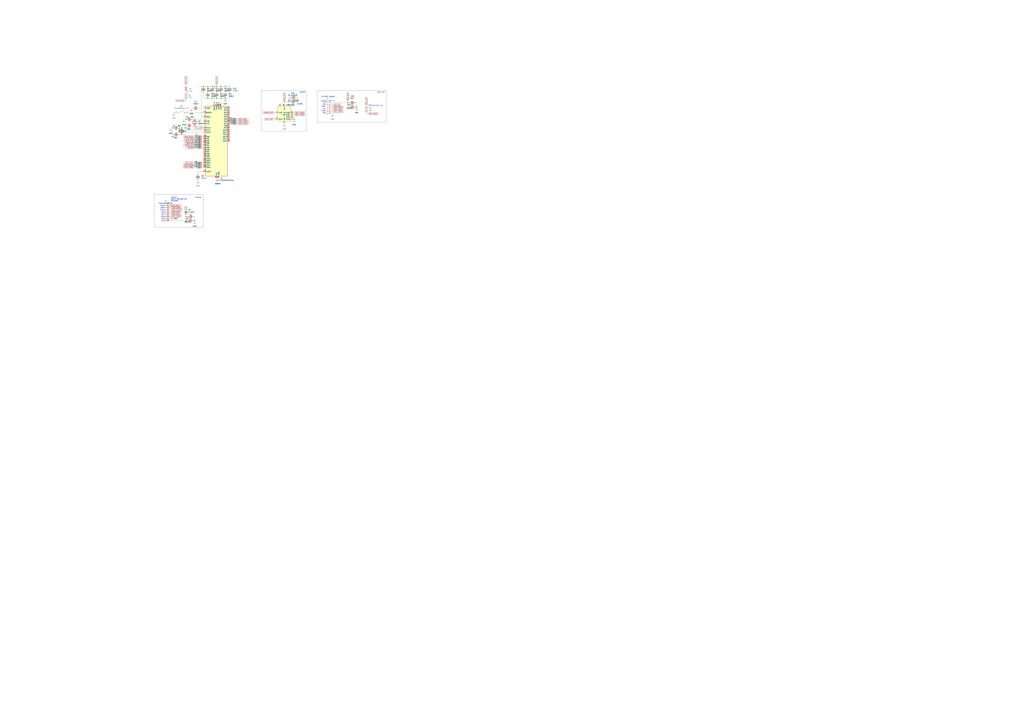
<source format=kicad_sch>
(kicad_sch (version 20231120) (generator "eeschema") (generator_version "8.0")
  (paper "A0")
  (title_block (title "Rainforest - Libre Weather Station") (company "Aravita") (comment 1 "AGPLv3+"))
  (lib_symbols
    (symbol "Connector:Conn_01x06_Pin" (pin_names (offset 1.016) hide)
      (property "Reference" "J" (at 0 7.62 0))
      (property "Value" "Conn_01x06_Pin" (at 0 -10.16 0))
      (symbol "Conn_01x06_Pin_1_1"
        (polyline (pts (xy 1.27 -7.62) (xy 0.8636 -7.62)) (stroke (width 0.1524)))
        (polyline (pts (xy 1.27 -5.08) (xy 0.8636 -5.08)) (stroke (width 0.1524)))
        (polyline (pts (xy 1.27 -2.54) (xy 0.8636 -2.54)) (stroke (width 0.1524)))
        (polyline (pts (xy 1.27 0) (xy 0.8636 0)) (stroke (width 0.1524)))
        (polyline (pts (xy 1.27 2.54) (xy 0.8636 2.54)) (stroke (width 0.1524)))
        (polyline (pts (xy 1.27 5.08) (xy 0.8636 5.08)) (stroke (width 0.1524)))
        (rectangle (start 0.8636 -7.493) (end 0 -7.747) (stroke (width 0.1524)) (fill (type outline)))
        (rectangle (start 0.8636 -4.953) (end 0 -5.207) (stroke (width 0.1524)) (fill (type outline)))
        (rectangle (start 0.8636 -2.413) (end 0 -2.667) (stroke (width 0.1524)) (fill (type outline)))
        (rectangle (start 0.8636 0.127) (end 0 -0.127) (stroke (width 0.1524)) (fill (type outline)))
        (rectangle (start 0.8636 2.667) (end 0 2.413) (stroke (width 0.1524)) (fill (type outline)))
        (rectangle (start 0.8636 5.207) (end 0 4.953) (stroke (width 0.1524)) (fill (type outline)))
        (pin passive line (at 5.08 5.08 180) (length 3.81) (name "Pin_1") (number "1"))
        (pin passive line (at 5.08 2.54 180) (length 3.81) (name "Pin_2") (number "2"))
        (pin passive line (at 5.08 0 180) (length 3.81) (name "Pin_3") (number "3"))
        (pin passive line (at 5.08 -2.54 180) (length 3.81) (name "Pin_4") (number "4"))
        (pin passive line (at 5.08 -5.08 180) (length 3.81) (name "Pin_5") (number "5"))
        (pin passive line (at 5.08 -7.62 180) (length 3.81) (name "Pin_6") (number "6"))
      )
    )
    (symbol "Connector:Conn_01x08_Pin" (pin_names (offset 1.016) hide)
      (property "Reference" "J" (at 0 10.16 0))
      (property "Value" "Conn_01x08_Pin" (at 0 -12.7 0))
      (symbol "Conn_01x08_Pin_1_1"
        (polyline (pts (xy 1.27 -10.16) (xy 0.8636 -10.16)) (stroke (width 0.1524)))
        (polyline (pts (xy 1.27 -7.62) (xy 0.8636 -7.62)) (stroke (width 0.1524)))
        (polyline (pts (xy 1.27 -5.08) (xy 0.8636 -5.08)) (stroke (width 0.1524)))
        (polyline (pts (xy 1.27 -2.54) (xy 0.8636 -2.54)) (stroke (width 0.1524)))
        (polyline (pts (xy 1.27 0) (xy 0.8636 0)) (stroke (width 0.1524)))
        (polyline (pts (xy 1.27 2.54) (xy 0.8636 2.54)) (stroke (width 0.1524)))
        (polyline (pts (xy 1.27 5.08) (xy 0.8636 5.08)) (stroke (width 0.1524)))
        (polyline (pts (xy 1.27 7.62) (xy 0.8636 7.62)) (stroke (width 0.1524)))
        (rectangle (start 0.8636 -10.033) (end 0 -10.287) (stroke (width 0.1524)) (fill (type outline)))
        (rectangle (start 0.8636 -7.493) (end 0 -7.747) (stroke (width 0.1524)) (fill (type outline)))
        (rectangle (start 0.8636 -4.953) (end 0 -5.207) (stroke (width 0.1524)) (fill (type outline)))
        (rectangle (start 0.8636 -2.413) (end 0 -2.667) (stroke (width 0.1524)) (fill (type outline)))
        (rectangle (start 0.8636 0.127) (end 0 -0.127) (stroke (width 0.1524)) (fill (type outline)))
        (rectangle (start 0.8636 2.667) (end 0 2.413) (stroke (width 0.1524)) (fill (type outline)))
        (rectangle (start 0.8636 5.207) (end 0 4.953) (stroke (width 0.1524)) (fill (type outline)))
        (rectangle (start 0.8636 7.747) (end 0 7.493) (stroke (width 0.1524)) (fill (type outline)))
        (pin passive line (at 5.08 7.62 180) (length 3.81) (name "Pin_1") (number "1"))
        (pin passive line (at 5.08 5.08 180) (length 3.81) (name "Pin_2") (number "2"))
        (pin passive line (at 5.08 2.54 180) (length 3.81) (name "Pin_3") (number "3"))
        (pin passive line (at 5.08 0 180) (length 3.81) (name "Pin_4") (number "4"))
        (pin passive line (at 5.08 -2.54 180) (length 3.81) (name "Pin_5") (number "5"))
        (pin passive line (at 5.08 -5.08 180) (length 3.81) (name "Pin_6") (number "6"))
        (pin passive line (at 5.08 -7.62 180) (length 3.81) (name "Pin_7") (number "7"))
        (pin passive line (at 5.08 -10.16 180) (length 3.81) (name "Pin_8") (number "8"))
      )
    )
    (symbol "Device:C" (pin_numbers hide) (pin_names (offset 0.254))
      (property "Reference" "C" (at 0.635 2.54 0))
      (property "Value" "C" (at 0.635 -2.54 0))
      (symbol "C_0_1"
        (polyline (pts (xy -2.032 -0.762) (xy 2.032 -0.762)) (stroke (width 0.508)))
        (polyline (pts (xy -2.032 0.762) (xy 2.032 0.762)) (stroke (width 0.508)))
      )
      (symbol "C_1_1"
        (pin passive line (at 0 3.81 270) (length 2.794) (name "~") (number "1"))
        (pin passive line (at 0 -3.81 90) (length 2.794) (name "~") (number "2"))
      )
    )
    (symbol "Device:C_Polarized" (pin_numbers hide) (pin_names (offset 0.254))
      (property "Reference" "C" (at 0.635 2.54 0))
      (property "Value" "C_Polarized" (at 0.635 -2.54 0))
      (symbol "C_Polarized_0_1"
        (rectangle (start -2.286 0.508) (end 2.286 1.016))
        (polyline (pts (xy -1.778 2.286) (xy -0.762 2.286)))
        (polyline (pts (xy -1.27 2.794) (xy -1.27 1.778)))
        (rectangle (start 2.286 -0.508) (end -2.286 -1.016) (fill (type outline)))
      )
      (symbol "C_Polarized_1_1"
        (pin passive line (at 0 3.81 270) (length 2.794) (name "~") (number "1"))
        (pin passive line (at 0 -3.81 90) (length 2.794) (name "~") (number "2"))
      )
    )
    (symbol "Device:CircuitBreaker_1P"
      (property "Reference" "CB" (at 1.905 0 0))
      (property "Value" "CircuitBreaker_1P" (at 1.905 1.905 0))
      (symbol "CircuitBreaker_1P_0_1"
        (polyline (pts (xy 0 -5.08) (xy 0 -3.81)))
        (polyline (pts (xy 0 -3.81) (xy -2.54 3.81)))
      )
      (symbol "CircuitBreaker_1P_1_1"
        (polyline (pts (xy -0.635 4.445) (xy 0.635 3.175)))
        (polyline (pts (xy 0 5.08) (xy 0 3.81)))
        (polyline (pts (xy 0.635 4.445) (xy -0.635 3.175)))
        (pin passive line (at 0 7.62 270) (length 2.54) (name "~") (number "1"))
        (pin passive line (at 0 -7.62 90) (length 2.54) (name "~") (number "2"))
      )
    )
    (symbol "Device:Crystal" (pin_numbers hide) (pin_names (offset 1.016) hide)
      (property "Reference" "Y" (at 0 3.81 0))
      (property "Value" "Crystal" (at 0 -3.81 0))
      (symbol "Crystal_0_1"
        (rectangle (start -1.143 2.54) (end 1.143 -2.54) (stroke (width 0.3048)))
        (polyline (pts (xy -2.54 0) (xy -1.905 0)))
        (polyline (pts (xy -1.905 -1.27) (xy -1.905 1.27)) (stroke (width 0.508)))
        (polyline (pts (xy 1.905 -1.27) (xy 1.905 1.27)) (stroke (width 0.508)))
        (polyline (pts (xy 2.54 0) (xy 1.905 0)))
      )
      (symbol "Crystal_1_1"
        (pin passive line (at -3.81 0 0) (length 1.27) (name "1") (number "1"))
        (pin passive line (at 3.81 0 180) (length 1.27) (name "2") (number "2"))
      )
    )
    (symbol "Device:LED" (pin_numbers hide) (pin_names (offset 1.016) hide)
      (property "Reference" "D" (at 0 2.54 0))
      (property "Value" "LED" (at 0 -2.54 0))
      (symbol "LED_0_1"
        (polyline (pts (xy -1.27 -1.27) (xy -1.27 1.27)) (stroke (width 0.254)))
        (polyline (pts (xy -1.27 0) (xy 1.27 0)))
        (polyline (pts (xy 1.27 -1.27) (xy 1.27 1.27) (xy -1.27 0) (xy 1.27 -1.27)) (stroke (width 0.254)))
        (polyline (pts (xy -3.048 -0.762) (xy -4.572 -2.286) (xy -3.81 -2.286) (xy -4.572 -2.286) (xy -4.572 -1.524)))
        (polyline (pts (xy -1.778 -0.762) (xy -3.302 -2.286) (xy -2.54 -2.286) (xy -3.302 -2.286) (xy -3.302 -1.524)))
      )
      (symbol "LED_1_1"
        (pin passive line (at -3.81 0 0) (length 2.54) (name "K") (number "1"))
        (pin passive line (at 3.81 0 180) (length 2.54) (name "A") (number "2"))
      )
    )
    (symbol "Device:R" (pin_numbers hide) (pin_names (offset 0))
      (property "Reference" "R" (at 2.032 0 90))
      (property "Value" "R" (at 0 0 90))
      (symbol "R_0_1"
        (rectangle (start -1.016 -2.54) (end 1.016 2.54) (stroke (width 0.254)))
      )
      (symbol "R_1_1"
        (pin passive line (at 0 3.81 270) (length 1.27) (name "~") (number "1"))
        (pin passive line (at 0 -3.81 90) (length 1.27) (name "~") (number "2"))
      )
    )
    (symbol "MCU_ST_STM32F4:STM32F401CCUx"
      (property "Reference" "U" (at -12.7 41.91 0))
      (property "Value" "STM32F401CCUx" (at 7.62 41.91 0))
      (symbol "STM32F401CCUx_0_1"
        (rectangle (start -12.7 -40.64) (end 12.7 40.64) (stroke (width 0.254)) (fill (type background)))
      )
      (symbol "STM32F401CCUx_1_1"
        (pin power_in line (at -2.54 43.18 270) (length 2.54) (name "VBAT") (number "1"))
        (pin bidirectional line (at 15.24 38.1 180) (length 2.54) (name "PA0") (number "10"))
        (pin bidirectional line (at 15.24 35.56 180) (length 2.54) (name "PA1") (number "11"))
        (pin bidirectional line (at 15.24 33.02 180) (length 2.54) (name "PA2") (number "12"))
        (pin bidirectional line (at 15.24 30.48 180) (length 2.54) (name "PA3") (number "13"))
        (pin bidirectional line (at 15.24 27.94 180) (length 2.54) (name "PA4") (number "14"))
        (pin bidirectional line (at 15.24 25.4 180) (length 2.54) (name "PA5") (number "15"))
        (pin bidirectional line (at 15.24 22.86 180) (length 2.54) (name "PA6") (number "16"))
        (pin bidirectional line (at 15.24 20.32 180) (length 2.54) (name "PA7") (number "17"))
        (pin bidirectional line (at -15.24 5.08 0) (length 2.54) (name "PB0") (number "18"))
        (pin bidirectional line (at -15.24 2.54 0) (length 2.54) (name "PB1") (number "19"))
        (pin bidirectional line (at -15.24 15.24 0) (length 2.54) (name "PC13") (number "2"))
        (pin bidirectional line (at -15.24 0 0) (length 2.54) (name "PB2") (number "20"))
        (pin bidirectional line (at -15.24 -20.32 0) (length 2.54) (name "PB10") (number "21"))
        (pin power_out line (at -15.24 -35.56 0) (length 2.54) (name "VCAP1") (number "22"))
        (pin power_in line (at 0 -43.18 90) (length 2.54) (name "VSS") (number "23"))
        (pin power_in line (at 0 43.18 270) (length 2.54) (name "VDD") (number "24"))
        (pin bidirectional line (at -15.24 -22.86 0) (length 2.54) (name "PB12") (number "25"))
        (pin bidirectional line (at -15.24 -25.4 0) (length 2.54) (name "PB13") (number "26"))
        (pin bidirectional line (at -15.24 -27.94 0) (length 2.54) (name "PB14") (number "27"))
        (pin bidirectional line (at -15.24 -30.48 0) (length 2.54) (name "PB15") (number "28"))
        (pin bidirectional line (at 15.24 17.78 180) (length 2.54) (name "PA8") (number "29"))
        (pin bidirectional line (at -15.24 12.7 0) (length 2.54) (name "PC14") (number "3"))
        (pin bidirectional line (at 15.24 15.24 180) (length 2.54) (name "PA9") (number "30"))
        (pin bidirectional line (at 15.24 12.7 180) (length 2.54) (name "PA10") (number "31"))
        (pin bidirectional line (at 15.24 10.16 180) (length 2.54) (name "PA11") (number "32"))
        (pin bidirectional line (at 15.24 7.62 180) (length 2.54) (name "PA12") (number "33"))
        (pin bidirectional line (at 15.24 5.08 180) (length 2.54) (name "PA13") (number "34"))
        (pin passive line (at 0 -43.18 90) (length 2.54) hide (name "VSS") (number "35"))
        (pin power_in line (at 2.54 43.18 270) (length 2.54) (name "VDD") (number "36"))
        (pin bidirectional line (at 15.24 2.54 180) (length 2.54) (name "PA14") (number "37"))
        (pin bidirectional line (at 15.24 0 180) (length 2.54) (name "PA15") (number "38"))
        (pin bidirectional line (at -15.24 -2.54 0) (length 2.54) (name "PB3") (number "39"))
        (pin bidirectional line (at -15.24 10.16 0) (length 2.54) (name "PC15") (number "4"))
        (pin bidirectional line (at -15.24 -5.08 0) (length 2.54) (name "PB4") (number "40"))
        (pin bidirectional line (at -15.24 -7.62 0) (length 2.54) (name "PB5") (number "41"))
        (pin bidirectional line (at -15.24 -10.16 0) (length 2.54) (name "PB6") (number "42"))
        (pin bidirectional line (at -15.24 -12.7 0) (length 2.54) (name "PB7") (number "43"))
        (pin input line (at -15.24 33.02 0) (length 2.54) (name "BOOT0") (number "44"))
        (pin bidirectional line (at -15.24 -15.24 0) (length 2.54) (name "PB8") (number "45"))
        (pin bidirectional line (at -15.24 -17.78 0) (length 2.54) (name "PB9") (number "46"))
        (pin passive line (at 0 -43.18 90) (length 2.54) hide (name "VSS") (number "47"))
        (pin power_in line (at 5.08 43.18 270) (length 2.54) (name "VDD") (number "48"))
        (pin passive line (at 0 -43.18 90) (length 2.54) hide (name "VSS") (number "49"))
        (pin bidirectional line (at -15.24 22.86 0) (length 2.54) (name "PH0") (number "5"))
        (pin bidirectional line (at -15.24 20.32 0) (length 2.54) (name "PH1") (number "6"))
        (pin input line (at -15.24 38.1 0) (length 2.54) (name "NRST") (number "7"))
        (pin power_in line (at 2.54 -43.18 90) (length 2.54) (name "VSSA") (number "8"))
        (pin input line (at -15.24 27.94 0) (length 2.54) (name "VREF+") (number "9"))
      )
    )
    (symbol "aravita library:LY68L6400" (pin_names (offset 1.016))
      (property "Reference" "U" (at 1.27 -3.81 0))
      (property "Value" "LY68L6400" (at 0 -10.16 0))
      (symbol "LY68L6400_0_1"
        (rectangle (start -7.62 -5.08) (end 7.62 -22.86) (fill (type background)))
      )
      (symbol "LY68L6400_1_1"
        (pin input line (at -10.16 -12.7 0) (length 2.54) (name "CE#") (number "1"))
        (pin bidirectional line (at 10.16 -15.24 180) (length 2.54) (name "SO/SIO1") (number "2"))
        (pin bidirectional line (at 10.16 -17.78 180) (length 2.54) (name "SIO2") (number "3"))
        (pin power_in line (at 0 -25.4 90) (length 2.54) (name "Vss") (number "4"))
        (pin bidirectional line (at 10.16 -12.7 180) (length 2.54) (name "SI/SIO0") (number "5"))
        (pin input line (at -10.16 -20.32 0) (length 2.54) (name "SCLK") (number "6"))
        (pin bidirectional line (at 10.16 -20.32 180) (length 2.54) (name "SIO3") (number "7"))
        (pin power_in line (at 0 -2.54 270) (length 2.54) (name "Vcc") (number "8"))
      )
    )
    (symbol "power:GND" (power) (pin_names (offset 0))
      (property "Value" "GND" (at 0 -3.81 0))
      (symbol "GND_0_1"
        (polyline (pts (xy 0 0) (xy 0 -1.27) (xy 1.27 -1.27) (xy 0 -2.54) (xy -1.27 -1.27) (xy 0 -1.27)))
      )
      (symbol "GND_1_1"
        (pin power_in line (at 0 0 270) (length 0) hide (name "GND") (number "1"))
      )
    )
  )
  (junction (at 236.22 100.33))
  (junction (at 226.06 256.54))
  (junction (at 215.9 256.54))
  (junction (at 341.63 138.43))
  (junction (at 256.54 100.33))
  (junction (at 330.2 118.11))
  (junction (at 261.62 114.3))
  (junction (at 215.9 138.43))
  (junction (at 241.3 100.33))
  (junction (at 414.02 124.46))
  (junction (at 254 119.38))
  (junction (at 345.44 118.11))
  (junction (at 226.06 138.43))
  (junction (at 248.92 119.38))
  (junction (at 403.86 119.38))
  (junction (at 210.82 156.21))
  (junction (at 251.46 114.3))
  (junction (at 251.46 119.38))
  (junction (at 261.62 100.33))
  (junction (at 335.28 118.11))
  (junction (at 200.66 148.59))
  (junction (at 248.92 100.33))
  (junction (at 215.9 251.46))
  (junction (at 241.3 114.3))
  (junction (at 246.38 114.3))
  (junction (at 256.54 114.3))
  (junction (at 251.46 100.33))
  (junction (at 210.82 148.59))
  (junction (at 246.38 100.33))
  (junction (at 226.06 146.05))
  (wire (pts (xy 236.22 143.51) (xy 232.41 143.51)))
  (wire (pts (xy 414.02 119.38) (xy 412.75 119.38)))
  (wire (pts (xy 198.12 148.59) (xy 200.66 148.59)))
  (wire (pts (xy 215.9 116.84) (xy 215.9 115.57)))
  (wire (pts (xy 241.3 114.3) (xy 246.38 114.3)))
  (wire (pts (xy 403.86 119.38) (xy 403.86 116.84)))
  (wire (pts (xy 208.28 148.59) (xy 210.82 148.59)))
  (wire (pts (xy 236.22 114.3) (xy 241.3 114.3)))
  (wire (pts (xy 403.86 119.38) (xy 405.13 119.38)))
  (wire (pts (xy 414.02 124.46) (xy 414.02 119.38)))
  (wire (pts (xy 236.22 140.97) (xy 232.41 140.97)))
  (wire (pts (xy 384.81 124.46) (xy 386.08 124.46)))
  (wire (pts (xy 340.36 133.35) (xy 341.63 133.35)))
  (wire (pts (xy 215.9 251.46) (xy 215.9 248.92)))
  (wire (pts (xy 241.3 100.33) (xy 246.38 100.33)))
  (wire (pts (xy 229.87 199.39) (xy 236.22 199.39)))
  (wire (pts (xy 425.45 121.92) (xy 425.45 123.19)))
  (wire (pts (xy 201.93 132.08) (xy 201.93 130.81)))
  (wire (pts (xy 234.95 161.29) (xy 236.22 161.29)))
  (wire (pts (xy 196.85 248.92) (xy 198.12 248.92)))
  (wire (pts (xy 226.06 166.37) (xy 227.33 166.37)))
  (wire (pts (xy 345.44 118.11) (xy 344.17 118.11)))
  (wire (pts (xy 251.46 100.33) (xy 256.54 100.33)))
  (wire (pts (xy 214.63 148.59) (xy 210.82 148.59)))
  (wire (pts (xy 233.68 100.33) (xy 233.68 135.89)))
  (wire (pts (xy 234.95 158.75) (xy 236.22 158.75)))
  (wire (pts (xy 201.93 130.81) (xy 203.2 130.81)))
  (wire (pts (xy 275.59 143.51) (xy 276.86 143.51)))
  (wire (pts (xy 341.63 139.7) (xy 341.63 138.43)))
  (wire (pts (xy 229.87 209.55) (xy 229.87 210.82)))
  (wire (pts (xy 256.54 100.33) (xy 261.62 100.33)))
  (wire (pts (xy 254 207.01) (xy 254 208.28)))
  (wire (pts (xy 231.14 125.73) (xy 236.22 125.73)))
  (wire (pts (xy 232.41 140.97) (xy 232.41 138.43)))
  (wire (pts (xy 251.46 97.79) (xy 251.46 100.33)))
  (wire (pts (xy 425.45 132.08) (xy 426.72 132.08)))
  (wire (pts (xy 215.9 106.68) (xy 215.9 107.95)))
  (wire (pts (xy 232.41 143.51) (xy 232.41 146.05)))
  (wire (pts (xy 345.44 119.38) (xy 345.44 118.11)))
  (wire (pts (xy 248.92 119.38) (xy 251.46 119.38)))
  (wire (pts (xy 251.46 114.3) (xy 256.54 114.3)))
  (wire (pts (xy 234.95 194.31) (xy 236.22 194.31)))
  (wire (pts (xy 232.41 146.05) (xy 226.06 146.05)))
  (wire (pts (xy 196.85 241.3) (xy 198.12 241.3)))
  (wire (pts (xy 196.85 254) (xy 198.12 254)))
  (wire (pts (xy 222.25 127) (xy 222.25 125.73)))
  (wire (pts (xy 241.3 100.33) (xy 241.3 106.68)))
  (wire (pts (xy 215.9 138.43) (xy 215.9 146.05)))
  (wire (pts (xy 340.36 130.81) (xy 341.63 130.81)))
  (wire (pts (xy 266.7 143.51) (xy 267.97 143.51)))
  (wire (pts (xy 214.63 116.84) (xy 215.9 116.84)))
  (wire (pts (xy 248.92 100.33) (xy 251.46 100.33)))
  (wire (pts (xy 200.66 148.59) (xy 200.66 156.21)))
  (wire (pts (xy 226.06 168.91) (xy 227.33 168.91)))
  (wire (pts (xy 384.81 119.38) (xy 403.86 119.38)))
  (wire (pts (xy 386.08 133.35) (xy 386.08 132.08)))
  (wire (pts (xy 226.06 161.29) (xy 227.33 161.29)))
  (wire (pts (xy 386.08 132.08) (xy 384.81 132.08)))
  (wire (pts (xy 251.46 207.01) (xy 251.46 208.28)))
  (wire (pts (xy 234.95 171.45) (xy 236.22 171.45)))
  (wire (pts (xy 330.2 118.11) (xy 335.28 118.11)))
  (wire (pts (xy 226.06 251.46) (xy 226.06 256.54)))
  (wire (pts (xy 384.81 129.54) (xy 386.08 129.54)))
  (wire (pts (xy 213.36 138.43) (xy 215.9 138.43)))
  (wire (pts (xy 226.06 251.46) (xy 224.79 251.46)))
  (wire (pts (xy 234.95 189.23) (xy 236.22 189.23)))
  (wire (pts (xy 234.95 168.91) (xy 236.22 168.91)))
  (wire (pts (xy 236.22 153.67) (xy 214.63 153.67)))
  (wire (pts (xy 214.63 156.21) (xy 210.82 156.21)))
  (wire (pts (xy 336.55 113.03) (xy 335.28 113.03)))
  (wire (pts (xy 196.85 256.54) (xy 215.9 256.54)))
  (wire (pts (xy 236.22 100.33) (xy 241.3 100.33)))
  (wire (pts (xy 215.9 97.79) (xy 215.9 99.06)))
  (wire (pts (xy 261.62 100.33) (xy 261.62 106.68)))
  (wire (pts (xy 425.45 130.81) (xy 425.45 132.08)))
  (wire (pts (xy 234.95 166.37) (xy 236.22 166.37)))
  (wire (pts (xy 215.9 251.46) (xy 215.9 256.54)))
  (wire (pts (xy 412.75 124.46) (xy 414.02 124.46)))
  (wire (pts (xy 224.79 191.77) (xy 227.33 191.77)))
  (wire (pts (xy 248.92 119.38) (xy 248.92 120.65)))
  (wire (pts (xy 261.62 100.33) (xy 266.7 100.33)))
  (wire (pts (xy 254 119.38) (xy 254 120.65)))
  (wire (pts (xy 223.52 138.43) (xy 226.06 138.43)))
  (wire (pts (xy 256.54 107.95) (xy 256.54 114.3)))
  (wire (pts (xy 246.38 114.3) (xy 251.46 114.3)))
  (wire (pts (xy 254 119.38) (xy 256.54 119.38)))
  (wire (pts (xy 330.2 116.84) (xy 330.2 118.11)))
  (wire (pts (xy 318.77 130.81) (xy 320.04 130.81)))
  (wire (pts (xy 275.59 140.97) (xy 276.86 140.97)))
  (wire (pts (xy 234.95 148.59) (xy 236.22 148.59)))
  (wire (pts (xy 208.28 156.21) (xy 210.82 156.21)))
  (wire (pts (xy 214.63 153.67) (xy 214.63 156.21)))
  (wire (pts (xy 218.44 130.81) (xy 236.22 130.81)))
  (wire (pts (xy 196.85 243.84) (xy 198.12 243.84)))
  (wire (pts (xy 275.59 138.43) (xy 276.86 138.43)))
  (wire (pts (xy 234.95 191.77) (xy 236.22 191.77)))
  (wire (pts (xy 266.7 138.43) (xy 267.97 138.43)))
  (wire (pts (xy 198.12 149.86) (xy 198.12 148.59)))
  (wire (pts (xy 215.9 251.46) (xy 217.17 251.46)))
  (wire (pts (xy 318.77 138.43) (xy 320.04 138.43)))
  (wire (pts (xy 266.7 114.3) (xy 266.7 107.95)))
  (wire (pts (xy 341.63 135.89) (xy 340.36 135.89)))
  (wire (pts (xy 251.46 119.38) (xy 251.46 120.65)))
  (wire (pts (xy 196.85 251.46) (xy 198.12 251.46)))
  (wire (pts (xy 405.13 124.46) (xy 403.86 124.46)))
  (wire (pts (xy 330.2 143.51) (xy 330.2 144.78)))
  (wire (pts (xy 341.63 138.43) (xy 341.63 135.89)))
  (wire (pts (xy 229.87 201.93) (xy 229.87 199.39)))
  (wire (pts (xy 266.7 140.97) (xy 267.97 140.97)))
  (wire (pts (xy 222.25 125.73) (xy 223.52 125.73)))
  (wire (pts (xy 232.41 138.43) (xy 226.06 138.43)))
  (wire (pts (xy 335.28 118.11) (xy 336.55 118.11)))
  (wire (pts (xy 234.95 163.83) (xy 236.22 163.83)))
  (wire (pts (xy 261.62 114.3) (xy 261.62 115.57)))
  (wire (pts (xy 246.38 107.95) (xy 246.38 114.3)))
  (wire (pts (xy 248.92 100.33) (xy 248.92 119.38)))
  (wire (pts (xy 256.54 119.38) (xy 256.54 120.65)))
  (wire (pts (xy 251.46 100.33) (xy 251.46 106.68)))
  (wire (pts (xy 236.22 151.13) (xy 214.63 151.13)))
  (wire (pts (xy 344.17 113.03) (xy 345.44 113.03)))
  (wire (pts (xy 196.85 246.38) (xy 198.12 246.38)))
  (wire (pts (xy 330.2 118.11) (xy 330.2 120.65)))
  (wire (pts (xy 345.44 113.03) (xy 345.44 118.11)))
  (wire (pts (xy 223.52 146.05) (xy 226.06 146.05)))
  (wire (pts (xy 233.68 100.33) (xy 236.22 100.33)))
  (wire (pts (xy 224.79 194.31) (xy 227.33 194.31)))
  (wire (pts (xy 226.06 171.45) (xy 227.33 171.45)))
  (wire (pts (xy 246.38 100.33) (xy 248.92 100.33)))
  (wire (pts (xy 226.06 256.54) (xy 226.06 257.81)))
  (wire (pts (xy 196.85 238.76) (xy 198.12 238.76)))
  (wire (pts (xy 256.54 114.3) (xy 261.62 114.3)))
  (wire (pts (xy 403.86 119.38) (xy 403.86 124.46)))
  (wire (pts (xy 236.22 107.95) (xy 236.22 114.3)))
  (wire (pts (xy 224.79 189.23) (xy 227.33 189.23)))
  (wire (pts (xy 335.28 113.03) (xy 335.28 118.11)))
  (wire (pts (xy 226.06 158.75) (xy 227.33 158.75)))
  (wire (pts (xy 414.02 125.73) (xy 414.02 124.46)))
  (wire (pts (xy 217.17 256.54) (xy 215.9 256.54)))
  (wire (pts (xy 213.36 139.7) (xy 213.36 138.43)))
  (wire (pts (xy 226.06 163.83) (xy 227.33 163.83)))
  (wire (pts (xy 251.46 119.38) (xy 254 119.38)))
  (wire (pts (xy 341.63 138.43) (xy 340.36 138.43)))
  (wire (pts (xy 384.81 121.92) (xy 386.08 121.92)))
  (wire (pts (xy 261.62 114.3) (xy 266.7 114.3)))
  (wire (pts (xy 226.06 256.54) (xy 224.79 256.54)))
  (wire (pts (xy 214.63 151.13) (xy 214.63 148.59)))
  (wire (pts (xy 384.81 127) (xy 386.08 127)))
  (wire (pts (xy 236.22 135.89) (xy 233.68 135.89)))
  (rectangle (start 179.07 226.06) (end 236.22 264.16) (stroke (width 0) (type dash)))
  (rectangle (start 368.3 105.41) (end 448.31 142.24) (stroke (width 0) (type dash)))
  (rectangle (start 303.53 105.41) (end 355.6 152.4) (stroke (width 0) (type dash)))
  (text "MISO" (at 373.38 129.54 0) (effects (font (size 1.27 1.27)) (justify left bottom)))
  (text "MOSI" (at 373.38 124.46 0) (effects (font (size 1.27 1.27)) (justify left bottom)))
  (text "#CS" (at 374.65 121.92 0) (effects (font (size 1.27 1.27)) (justify left bottom)))
  (text "VCC" (at 187.706 257.556 0) (effects (font (size 1.27 1.27)) (justify left bottom)))
  (text "GND" (at 374.65 132.08 0) (effects (font (size 1.27 1.27)) (justify left bottom)))
  (text "SCK" (at 187.452 249.936 0) (effects (font (size 1.27 1.27)) (justify left bottom)))
  (text "GND" (at 187.452 255.016 0) (effects (font (size 1.27 1.27)) (justify left bottom)))
  (text "MOSI" (at 186.69 252.476 0) (effects (font (size 1.27 1.27)) (justify left bottom)))
  (text "3.3V" (at 374.65 119.38 0) (effects (font (size 1.27 1.27)) (justify left bottom)))
  (text "#RST" (at 186.436 242.316 0) (effects (font (size 1.27 1.27)) (justify left bottom)))
  (text "BUSY" (at 186.436 239.776 0) (effects (font (size 1.27 1.27)) (justify left bottom)))
  (text "D/#C" (at 185.928 244.856 0) (effects (font (size 1.27 1.27)) (justify left bottom)))
  (text "MicroSD Adapter" (at 373.38 113.03 0) (effects (font (size 1.27 1.27)) (justify left bottom)))
  (text "CLK" (at 374.65 127 0) (effects (font (size 1.27 1.27)) (justify left bottom)))
  (text "#CS" (at 187.452 247.396 0) (effects (font (size 1.27 1.27)) (justify left bottom)))
  (text "SD Card pull-up" (at 427.99 123.19 0) (effects (font (size 1.27 1.27)) (justify left bottom)))
  (text "Display\nWeAct 400x300 BW\nSSD1683" (at 198.374 234.188 0) (effects (font (size 1.27 1.27)) (justify left bottom)))
  (text "Display" (at 226.822 230.124 0) (effects (font (size 1.27 1.27)) (justify left bottom)))
  (text "pSRAM" (at 347.98 107.95 0) (effects (font (size 1.27 1.27)) (justify left bottom)))
  (text "Micro SD" (at 438.15 107.95 0) (effects (font (size 1.27 1.27)) (justify left bottom)))
  (global_label "SPI1_MOSI" (shape input) (at 341.63 130.81 0) (property "Intersheetrefs" "${INTERSHEET_REFS}" (effects (hide yes))))
  (global_label "SPI2_MOSI" (shape input) (at 198.12 251.46 0) (property "Intersheetrefs" "${INTERSHEET_REFS}" (effects (hide yes))))
  (global_label "SPI1_MISO" (shape input) (at 341.63 133.35 0) (property "Intersheetrefs" "${INTERSHEET_REFS}" (effects (hide yes))))
  (global_label "SPI1_MOSI" (shape output) (at 276.86 143.51 0) (property "Intersheetrefs" "${INTERSHEET_REFS}" (effects (hide yes))))
  (global_label "SPI1_SCK" (shape input) (at 318.77 138.43 180) (property "Intersheetrefs" "${INTERSHEET_REFS}" (effects (hide yes))))
  (global_label "DISP_#CS" (shape output) (at 226.06 166.37 180) (property "Intersheetrefs" "${INTERSHEET_REFS}" (effects (hide yes))))
  (global_label "SPI2_SCK" (shape input) (at 198.12 248.92 0) (property "Intersheetrefs" "${INTERSHEET_REFS}" (effects (hide yes))))
  (global_label "SPI2_SCK" (shape output) (at 224.79 189.23 180) (property "Intersheetrefs" "${INTERSHEET_REFS}" (effects (hide yes))))
  (global_label "DISP_BUSY" (shape output) (at 198.12 238.76 0) (property "Intersheetrefs" "${INTERSHEET_REFS}" (effects (hide yes))))
  (global_label "DISP_D{slash}#C" (shape output) (at 226.06 163.83 180) (property "Intersheetrefs" "${INTERSHEET_REFS}" (effects (hide yes))))
  (global_label "SPI1_MISO" (shape input) (at 426.72 132.08 0) (property "Intersheetrefs" "${INTERSHEET_REFS}" (effects (hide yes))))
  (global_label "SPI1_MISO" (shape output) (at 276.86 140.97 0) (property "Intersheetrefs" "${INTERSHEET_REFS}" (effects (hide yes))))
  (global_label "REG_3.3" (shape passive) (at 215.9 248.92 90) (property "Intersheetrefs" "${INTERSHEET_REFS}" (effects (hide yes))))
  (global_label "DISP_#RST" (shape output) (at 226.06 161.29 180) (property "Intersheetrefs" "${INTERSHEET_REFS}" (effects (hide yes))))
  (global_label "FAIL_LED" (shape output) (at 234.95 148.59 180) (property "Intersheetrefs" "${INTERSHEET_REFS}" (effects (hide yes))))
  (global_label "DISP_#CS" (shape input) (at 198.12 246.38 0) (property "Intersheetrefs" "${INTERSHEET_REFS}" (effects (hide yes))))
  (global_label "REG_3.3" (shape passive) (at 215.9 97.79 90) (property "Intersheetrefs" "${INTERSHEET_REFS}" (effects (hide yes))))
  (global_label "DISP_D{slash}#C" (shape input) (at 198.12 243.84 0) (property "Intersheetrefs" "${INTERSHEET_REFS}" (effects (hide yes))))
  (global_label "REG_3.3" (shape passive) (at 425.45 121.92 90) (property "Intersheetrefs" "${INTERSHEET_REFS}" (effects (hide yes))))
  (global_label "PSRAM_#CS" (shape input) (at 318.77 130.81 180) (property "Intersheetrefs" "${INTERSHEET_REFS}" (effects (hide yes))))
  (global_label "DISP_BUSY" (shape input) (at 226.06 158.75 180) (property "Intersheetrefs" "${INTERSHEET_REFS}" (effects (hide yes))))
  (global_label "SPI1_SCK" (shape output) (at 276.86 138.43 0) (property "Intersheetrefs" "${INTERSHEET_REFS}" (effects (hide yes))))
  (global_label "DISP_#RST" (shape input) (at 198.12 241.3 0) (property "Intersheetrefs" "${INTERSHEET_REFS}" (effects (hide yes))))
  (global_label "FAIL_LED" (shape input) (at 214.63 116.84 180) (property "Intersheetrefs" "${INTERSHEET_REFS}" (effects (hide yes))))
  (global_label "SPI1_MOSI" (shape input) (at 386.08 124.46 0) (property "Intersheetrefs" "${INTERSHEET_REFS}" (effects (hide yes))))
  (global_label "REG_3.3" (shape passive) (at 251.46 97.79 90) (property "Intersheetrefs" "${INTERSHEET_REFS}" (effects (hide yes))))
  (global_label "PSRAM_#CS" (shape output) (at 226.06 168.91 180) (property "Intersheetrefs" "${INTERSHEET_REFS}" (effects (hide yes))))
  (global_label "SPI2_MOSI" (shape output) (at 224.79 194.31 180) (property "Intersheetrefs" "${INTERSHEET_REFS}" (effects (hide yes))))
  (global_label "REG_3.3" (shape passive) (at 403.86 116.84 90) (property "Intersheetrefs" "${INTERSHEET_REFS}" (effects (hide yes))))
  (global_label "SPI1_SCK" (shape input) (at 386.08 127 0) (property "Intersheetrefs" "${INTERSHEET_REFS}" (effects (hide yes))))
  (global_label "SPI2_MISO" (shape output) (at 224.79 191.77 180) (property "Intersheetrefs" "${INTERSHEET_REFS}" (effects (hide yes))))
  (global_label "SPI1_MISO" (shape input) (at 386.08 129.54 0) (property "Intersheetrefs" "${INTERSHEET_REFS}" (effects (hide yes))))
  (global_label "REG_3.3" (shape passive) (at 330.2 116.84 90) (property "Intersheetrefs" "${INTERSHEET_REFS}" (effects (hide yes))))
  (global_label "SD_#CS" (shape output) (at 226.06 171.45 180) (property "Intersheetrefs" "${INTERSHEET_REFS}" (effects (hide yes))))
  (global_label "SD_#CS" (shape input) (at 386.08 121.92 0) (property "Intersheetrefs" "${INTERSHEET_REFS}" (effects (hide yes))))
  (symbol (lib_id "Device:R") (at 231.14 189.23 90) (unit 1)
    (property "Reference" "R8" (at 227.33 187.96 90))
    (property "Value" "100" (at 231.14 189.23 90))
  )
  (symbol (lib_id "Device:R") (at 231.14 161.29 90) (unit 1)
    (property "Reference" "R3" (at 227.838 159.512 90))
    (property "Value" "100" (at 231.14 161.29 90))
  )
  (symbol (lib_id "power:GND") (at 414.02 125.73 0) (unit 1)
    (property "Reference" "#PWR15" (effects (hide yes)))
    (property "Value" "GND" (at 414.02 130.81 0))
  )
  (symbol (lib_id "Device:C") (at 256.54 104.14 0) (unit 1)
    (property "Reference" "C13" (at 260.35 102.87 0) (effects (justify left)))
    (property "Value" "100nF" (at 260.35 105.41 0) (effects (justify left)))
  )
  (symbol (lib_id "MCU_ST_STM32F4:STM32F401CCUx") (at 251.46 163.83 0) (unit 1)
    (property "Reference" "U1" (at 255.9559 207.01 0) (effects (justify left)))
    (property "Value" "STM32F401CCUx" (at 255.9559 209.55 0) (effects (justify left)))
    (property "Footprint" "Package_DFN_QFN:QFN-48-1EP_7x7mm_P0.5mm_EP5.6x5.6mm" (effects (hide yes)))
    (property "Datasheet" "https://www.st.com/resource/en/datasheet/stm32f401cc.pdf" (effects (hide yes)))
  )
  (symbol (lib_id "Device:C") (at 236.22 104.14 0) (unit 1)
    (property "Reference" "C9" (at 240.03 102.87 0) (effects (justify left)))
    (property "Value" "100nF" (at 240.03 105.41 0) (effects (justify left)))
  )
  (symbol (lib_id "Device:C_Polarized") (at 220.98 251.46 90) (unit 1)
    (property "Reference" "C5" (at 220.091 243.84 90))
    (property "Value" "10 uF 6.3V" (at 220.091 246.38 90))
    (property "Description" "Polarized capacitor" (effects (hide yes)))
  )
  (symbol (lib_id "Device:C") (at 227.33 125.73 90) (unit 1)
    (property "Reference" "C7" (at 227.33 118.11 90))
    (property "Value" "100nF" (at 227.33 120.65 90))
  )
  (symbol (lib_id "power:GND") (at 229.87 210.82 0) (unit 1)
    (property "Reference" "#PWR7" (effects (hide yes)))
    (property "Value" "GND" (at 229.87 215.9 0))
  )
  (symbol (lib_id "power:GND") (at 330.2 144.78 0) (unit 1)
    (property "Reference" "#PWR11" (effects (hide yes)))
    (property "Value" "GND" (at 330.2 149.86 0))
  )
  (symbol (lib_id "power:GND") (at 341.63 139.7 0) (unit 1)
    (property "Reference" "#PWR12" (effects (hide yes)))
    (property "Value" "GND" (at 341.63 144.78 0))
  )
  (symbol (lib_id "Device:C") (at 204.47 156.21 90) (unit 1)
    (property "Reference" "C2" (at 200.66 158.75 90))
    (property "Value" "8pF" (at 204.47 160.02 90))
  )
  (symbol (lib_id "Device:C") (at 340.36 118.11 90) (unit 1)
    (property "Reference" "C17" (at 336.55 116.332 90))
    (property "Value" "100nF" (at 344.424 116.586 90))
  )
  (symbol (lib_id "Device:R") (at 231.14 158.75 90) (unit 1)
    (property "Reference" "R2" (at 227.838 156.972 90))
    (property "Value" "100" (at 231.14 158.75 90))
  )
  (symbol (lib_id "power:GND") (at 386.08 133.35 0) (unit 1)
    (property "Reference" "#PWR14" (effects (hide yes)))
    (property "Value" "GND" (at 386.08 138.43 0))
  )
  (symbol (lib_id "power:GND") (at 251.46 208.28 0) (unit 1)
    (property "Reference" "#PWR8" (effects (hide yes)))
    (property "Value" "GND" (at 251.46 213.36 0))
  )
  (symbol (lib_id "power:GND") (at 254 208.28 0) (unit 1)
    (property "Reference" "#PWR9" (effects (hide yes)))
    (property "Value" "GND" (at 254 213.36 0))
  )
  (symbol (lib_id "Device:R") (at 231.14 191.77 90) (unit 1)
    (property "Reference" "R9" (at 227.33 190.5 90))
    (property "Value" "100" (at 231.14 191.77 90))
  )
  (symbol (lib_id "power:GND") (at 198.12 254 90) (unit 1)
    (property "Reference" "#PWR2" (effects (hide yes)))
    (property "Value" "GND" (at 201.93 254 90) (effects (justify right)))
  )
  (symbol (lib_id "Device:R") (at 215.9 111.76 180) (unit 1)
    (property "Reference" "R1" (at 218.44 110.49 0) (effects (justify right)))
    (property "Value" "270" (at 218.44 113.03 0) (effects (justify right)))
  )
  (symbol (lib_id "Device:Crystal") (at 226.06 142.24 90) (unit 1)
    (property "Reference" "Y2" (at 229.87 140.97 90) (effects (justify right)))
    (property "Value" "25MHz" (at 229.87 143.51 90) (effects (justify right)))
  )
  (symbol (lib_id "Device:C") (at 266.7 104.14 0) (unit 1)
    (property "Reference" "C15" (at 270.51 102.87 0) (effects (justify left)))
    (property "Value" "4.7uF" (at 270.51 105.41 0) (effects (justify left)))
  )
  (symbol (lib_id "Connector:Conn_01x08_Pin") (at 191.77 246.38 0) (unit 1)
    (property "Reference" "J1" (at 192.405 233.68 0))
    (property "Value" "Conn_01x08_Pin" (at 192.405 236.22 0))
  )
  (symbol (lib_id "Device:LED") (at 215.9 102.87 90) (unit 1)
    (property "Reference" "D1" (at 219.71 103.1875 90) (effects (justify right)))
    (property "Value" "LED" (at 219.71 105.7275 90) (effects (justify right)))
  )
  (symbol (lib_id "power:GND") (at 213.36 139.7 0) (unit 1)
    (property "Reference" "#PWR4" (effects (hide yes)))
    (property "Value" "GND" (at 213.36 144.78 0))
  )
  (symbol (lib_id "power:GND") (at 198.12 149.86 0) (unit 1)
    (property "Reference" "#PWR1" (effects (hide yes)))
    (property "Value" "GND" (at 198.12 154.94 0))
  )
  (symbol (lib_id "power:GND") (at 201.93 132.08 0) (unit 1)
    (property "Reference" "#PWR3" (effects (hide yes)))
    (property "Value" "GND" (at 201.93 137.16 0))
  )
  (symbol (lib_id "Connector:Conn_01x06_Pin") (at 379.73 124.46 0) (unit 1)
    (property "Reference" "J2" (at 380.365 114.3 0))
    (property "Value" "Conn_01x06_Pin" (at 380.365 116.84 0))
  )
  (symbol (lib_id "Device:R") (at 231.14 194.31 90) (unit 1)
    (property "Reference" "R10" (at 227.33 193.04 90))
    (property "Value" "100" (at 231.14 194.31 90))
  )
  (symbol (lib_id "Device:R") (at 231.14 166.37 90) (unit 1)
    (property "Reference" "R5" (at 227.584 165.354 90))
    (property "Value" "100" (at 231.14 166.37 90))
  )
  (symbol (lib_id "Device:C") (at 219.71 138.43 90) (unit 1)
    (property "Reference" "C3" (at 217.17 135.89 90))
    (property "Value" "8pF" (at 223.52 135.89 90))
  )
  (symbol (lib_id "Device:Crystal") (at 210.82 152.4 90) (unit 1)
    (property "Reference" "Y1" (at 207.01 149.86 90) (effects (justify right)))
    (property "Value" "32768 Hz" (at 206.756 152.4 90) (effects (justify right)))
  )
  (symbol (lib_id "Device:C") (at 241.3 110.49 0) (unit 1)
    (property "Reference" "C10" (at 245.11 109.22 0) (effects (justify left)))
    (property "Value" "100nF" (at 245.11 111.76 0) (effects (justify left)))
  )
  (symbol (lib_id "Device:C") (at 408.94 124.46 90) (unit 1)
    (property "Reference" "C19" (at 405.13 121.92 90))
    (property "Value" "100nF" (at 405.13 125.73 90))
  )
  (symbol (lib_id "Device:R") (at 425.45 127 0) (unit 1)
    (property "Reference" "R14" (at 427.99 125.73 0) (effects (justify left)))
    (property "Value" "10k" (at 427.99 128.27 0) (effects (justify left)))
  )
  (symbol (lib_id "Device:C") (at 261.62 110.49 0) (unit 1)
    (property "Reference" "C14" (at 265.43 109.22 0) (effects (justify left)))
    (property "Value" "100nF" (at 265.43 111.76 0) (effects (justify left)))
  )
  (symbol (lib_id "Device:C") (at 229.87 205.74 0) (unit 1)
    (property "Reference" "C8" (at 233.68 204.47 0) (effects (justify left)))
    (property "Value" "4.7uF" (at 233.68 207.01 0) (effects (justify left)))
  )
  (symbol (lib_id "power:GND") (at 222.25 127 0) (unit 1)
    (property "Reference" "#PWR5" (effects (hide yes)))
    (property "Value" "GND" (at 222.25 132.08 0))
  )
  (symbol (lib_id "Device:R") (at 231.14 163.83 90) (unit 1)
    (property "Reference" "R4" (at 227.33 162.56 90))
    (property "Value" "100" (at 231.14 163.83 90))
  )
  (symbol (lib_id "Device:C") (at 408.94 119.38 90) (unit 1)
    (property "Reference" "C18" (at 408.94 111.76 90))
    (property "Value" "10uF" (at 408.94 114.3 90))
  )
  (symbol (lib_id "Device:C") (at 219.71 146.05 90) (unit 1)
    (property "Reference" "C4" (at 215.9 148.59 90))
    (property "Value" "8pF" (at 219.71 149.86 90))
  )
  (symbol (lib_id "Device:R") (at 271.78 138.43 90) (unit 1)
    (property "Reference" "R11" (at 267.97 137.16 90))
    (property "Value" "100" (at 271.78 138.43 90))
  )
  (symbol (lib_id "Device:CircuitBreaker_1P") (at 210.82 130.81 270) (unit 1)
    (property "Reference" "CB1" (at 210.82 123.19 90))
    (property "Value" "CircuitBreaker_1P" (at 210.82 125.73 90))
  )
  (symbol (lib_id "Device:C") (at 220.98 256.54 90) (unit 1)
    (property "Reference" "C6" (at 217.17 254 90))
    (property "Value" "100nF" (at 217.17 257.81 90))
  )
  (symbol (lib_id "Device:R") (at 271.78 140.97 90) (unit 1)
    (property "Reference" "R12" (at 267.97 139.7 90))
    (property "Value" "100" (at 271.78 140.97 90))
  )
  (symbol (lib_id "power:GND") (at 261.62 115.57 0) (unit 1)
    (property "Reference" "#PWR10" (effects (hide yes)))
    (property "Value" "GND" (at 261.62 120.65 0))
  )
  (symbol (lib_id "power:GND") (at 226.06 257.81 0) (unit 1)
    (property "Reference" "#PWR6" (effects (hide yes)))
    (property "Value" "GND" (at 226.06 262.89 0))
  )
  (symbol (lib_id "Device:R") (at 231.14 168.91 90) (unit 1)
    (property "Reference" "R6" (at 227.33 167.894 90))
    (property "Value" "100" (at 231.14 168.91 90))
  )
  (symbol (lib_id "Device:C") (at 251.46 110.49 0) (unit 1)
    (property "Reference" "C12" (at 255.27 109.22 0) (effects (justify left)))
    (property "Value" "100nF" (at 255.27 111.76 0) (effects (justify left)))
  )
  (symbol (lib_id "Device:C") (at 246.38 104.14 0) (unit 1)
    (property "Reference" "C11" (at 250.19 102.87 0) (effects (justify left)))
    (property "Value" "100nF" (at 250.19 105.41 0) (effects (justify left)))
  )
  (symbol (lib_id "Device:R") (at 271.78 143.51 90) (unit 1)
    (property "Reference" "R13" (at 267.97 142.24 90))
    (property "Value" "100" (at 271.78 143.51 90))
  )
  (symbol (lib_id "Device:C") (at 204.47 148.59 90) (unit 1)
    (property "Reference" "C1" (at 201.93 146.05 90))
    (property "Value" "8pF" (at 208.28 146.05 90))
  )
  (symbol (lib_id "power:GND") (at 345.44 119.38 0) (unit 1)
    (property "Reference" "#PWR13" (effects (hide yes)))
    (property "Value" "GND" (at 349.25 120.65 0))
  )
  (symbol (lib_id "Device:R") (at 231.14 171.45 90) (unit 1)
    (property "Reference" "R7" (at 227.33 170.434 90))
    (property "Value" "100" (at 231.14 171.45 90))
  )
  (symbol (lib_id "aravita library:LY68L6400") (at 330.2 118.11 0) (unit 1)
    (property "Reference" "U2" (at 323.85 121.92 0) (effects (justify left)))
    (property "Value" "LY68L6400" (at 331.47 121.92 0) (effects (justify left)))
  )
  (symbol (lib_id "Device:C_Polarized") (at 340.36 113.03 90) (unit 1)
    (property "Reference" "C16" (at 339.852 108.458 90))
    (property "Value" "10 uF 6.3V" (at 339.852 110.49 90))
    (property "Description" "Polarized capacitor" (effects (hide yes)))
  )
)
</source>
